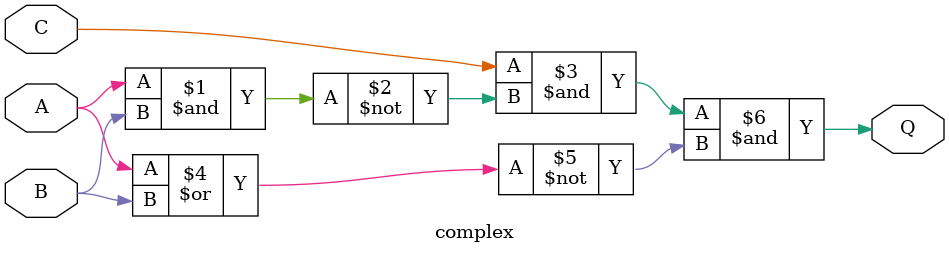
<source format=v>
module complex (A, B, C, Q);
    input A, B, C;
    output Q;
    // we can create wire variables as a storage (internal variable)
    assign Q = C & ~ (A & B) & ~ (A | B);
endmodule
</source>
